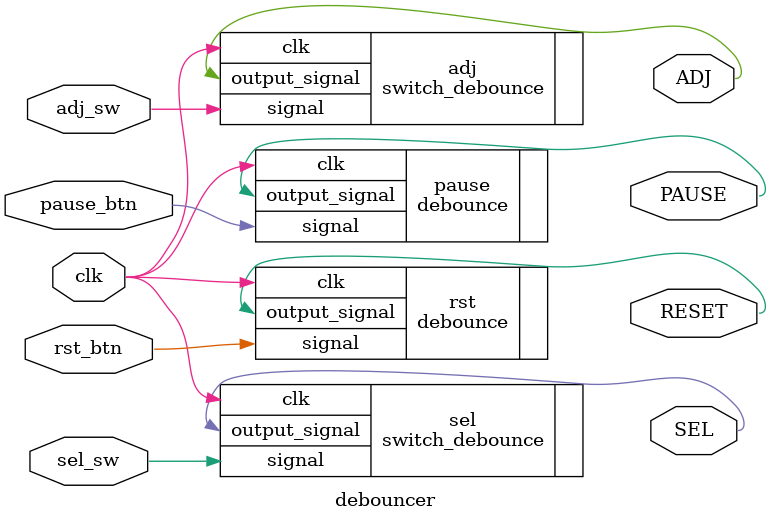
<source format=v>
`timescale 1ns / 1ps
module debouncer(clk, pause_btn, rst_btn, adj_sw, sel_sw, PAUSE, RESET, ADJ, SEL
    );
	
	input clk, pause_btn, rst_btn, adj_sw, sel_sw;
	
	output PAUSE, RESET, ADJ, SEL;

	debounce pause(
		.clk(clk), .signal(pause_btn), .output_signal(PAUSE)
	);
	
	debounce rst(
		.clk(clk), .signal(rst_btn), .output_signal(RESET)
	);
    
	switch_debounce adj(
		.clk(clk), .signal(adj_sw), .output_signal(ADJ)
	);
	
	switch_debounce sel(
		.clk(clk), .signal(sel_sw), .output_signal(SEL)
	);

endmodule

</source>
